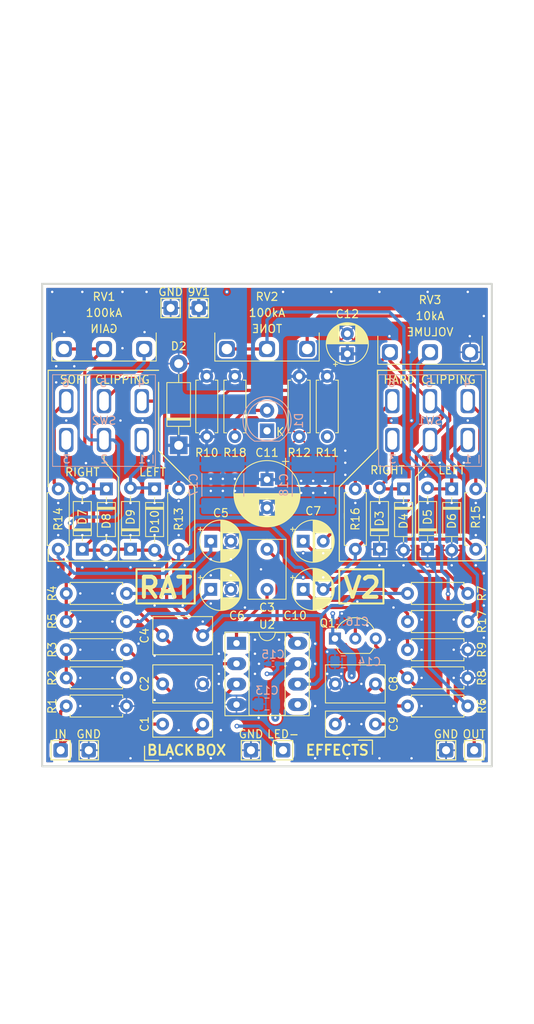
<source format=kicad_pcb>
(kicad_pcb (version 20240108) (generator "pcbnew") (generator_version "8.0")
  (layers (0 "F.Cu" signal) (1 "In1.Cu" signal) (2 "In2.Cu" signal) (31 "B.Cu" signal) (34 "B.Paste" user) (35 "F.Paste" user) (36 "B.SilkS" user "B.Silkscreen") (37 "F.SilkS" user "F.Silkscreen") (38 "B.Mask" user) (39 "F.Mask" user) (44 "Edge.Cuts" user))
  (net 0 "")
  (net 1 "GND")
  (net 2 "Net-(C5-Pad1)")
  (net 3 "Net-(C6-Pad1)")
  (net 4 "+9V")
  (net 5 "+4.5V")
  (net 6 "Net-(D1-K)")
  (net 7 "Net-(D1-A)")
  (net 8 "Net-(D3-A)")
  (net 9 "Net-(D5-A)")
  (net 10 "Net-(D7-A)")
  (net 11 "Net-(D10-K)")
  (net 12 "+9VIN")
  (net 13 "/IN")
  (net 14 "Net-(SW2B-A)")
  (net 15 "Net-(SW2B-C)")
  (net 16 "Net-(SW1B-A)")
  (net 17 "Net-(SW1B-C)")
  (net 18 "Net-(SW1B-B)")
  (net 20 "/IN_AC")
  (net 21 "/IN_F")
  (net 22 "/OP_OUT")
  (net 23 "/FB")
  (net 24 "/HRD_CLP")
  (net 25 "/GATE")
  (net 26 "/SRC_AC")
  (net 27 "/SRC")
  (net 28 "/OUT")
  (net 29 "/COMP-")
  (net 30 "/COMP+")
  (net 31 "/TONE_F")
  (net 32 "/TONE")
  (net 33 "/OP_OUT_R")
  (footprint "BB_Pads:WirePad_22AWG" (layer "F.Cu") (at 60.8 139)
    (property "Reference" "P8")
    (property "Value" "GND")
  )
  (footprint "Diode_THT:D_DO-35_SOD27_P7.62mm_Horizontal" (layer "F.Cu") (at 106 106.5 -90)
    (property "Reference" "D6")
    (property "Value" "1N914")
  )
  (footprint "BB_Pads:WirePad_22AWG" (layer "F.Cu") (at 71 84)
    (property "Reference" "P3")
    (property "Value" "GND")
  )
  (footprint "BB_Resistors:R_Axial_DIN0207_L6.3mm_D2.5mm_P7.5mm_Horizontal" (layer "F.Cu") (at 75.5 92.5 -90)
    (property "Reference" "R10")
    (property "Value" "100")
  )
  (footprint "Package_TO_SOT_THT:TO-92_Inline_Wide" (layer "F.Cu") (at 91.46 125.11)
    (property "Reference" "Q1")
    (property "Value" "2N5458")
  )
  (footprint "Capacitor_THT:C_Rect_L7.2mm_W3.0mm_P5.00mm_FKS2_FKP2_MKS2_MKP2" (layer "F.Cu") (at 75 135.75 180)
    (property "Reference" "C1")
    (property "Value" "22n")
  )
  (footprint "BB_Resistors:R_Axial_DIN0207_L6.3mm_D2.5mm_P7.5mm_Horizontal" (layer "F.Cu") (at 57 114 90)
    (property "Reference" "R14")
    (property "Value" "100")
  )
  (footprint "BB_Resistors:R_Axial_DIN0207_L6.3mm_D2.5mm_P7.5mm_Horizontal" (layer "F.Cu") (at 90.5 92.5 -90)
    (property "Reference" "R11")
    (property "Value" "100k")
  )
  (footprint "Diode_THT:D_DO-41_SOD81_P10.16mm_Horizontal" (layer "F.Cu") (at 72 101.08 90)
    (property "Reference" "D2")
    (property "Value" "1N4001")
  )
  (footprint "BB_Resistors:R_Axial_DIN0207_L6.3mm_D2.5mm_P7.5mm_Horizontal" (layer "F.Cu") (at 65.5 130 180)
    (property "Reference" "R2")
    (property "Value" "2.2M")
  )
  (footprint "BB_Resistors:R_Axial_DIN0207_L6.3mm_D2.5mm_P7.5mm_Horizontal" (layer "F.Cu") (at 108 119.5 180)
    (property "Reference" "R7")
    (property "Value" "1.5k")
  )
  (footprint "Capacitor_THT:CP_Radial_D5.0mm_P2.50mm" (layer "F.Cu") (at 76 119)
    (property "Reference" "C6")
    (property "Value" "4.7u")
  )
  (footprint "Diode_THT:D_DO-35_SOD27_P7.62mm_Horizontal" (layer "F.Cu") (at 100 106.5 -90)
    (property "Reference" "D4")
    (property "Value" "1N914")
  )
  (footprint "Capacitor_THT:C_Rect_L7.2mm_W3.0mm_P5.00mm_FKS2_FKP2_MKS2_MKP2" (layer "F.Cu") (at 91.5 135.75)
    (property "Reference" "C9")
    (property "Value" "22n")
  )
  (footprint "Capacitor_THT:C_Rect_L7.2mm_W4.5mm_P5.00mm_FKS2_FKP2_MKS2_MKP2" (layer "F.Cu") (at 70 124.75)
    (property "Reference" "C4")
    (property "Value" "100p")
  )
  (footprint "Capacitor_THT:CP_Radial_D5.0mm_P2.50mm" (layer "F.Cu") (at 87.5 113)
    (property "Reference" "C7")
    (property "Value" "4.7u")
  )
  (footprint "Diode_THT:D_DO-35_SOD27_P7.62mm_Horizontal" (layer "F.Cu") (at 103 114 90)
    (property "Reference" "D5")
    (property "Value" "1N914")
  )
  (footprint "Diode_THT:D_DO-35_SOD27_P7.62mm_Horizontal" (layer "F.Cu") (at 69 106.5 -90)
    (property "Reference" "D10")
    (property "Value" "1N914")
  )
  (footprint "Diode_THT:D_DO-35_SOD27_P7.62mm_Horizontal" (layer "F.Cu") (at 97 114 90)
    (property "Reference" "D3")
    (property "Value" "1N914")
  )
  (footprint "Diode_THT:D_DO-35_SOD27_P7.62mm_Horizontal" (layer "F.Cu") (at 63 106.5 -90)
    (property "Reference" "D8")
    (property "Value" "1N914")
  )
  (footprint "BB_Jacks:Jack_0.25in_Solder_MechOnly" (layer "F.Cu") (at 98.4 52.75)
    (property "Reference" "REF**")
    (property "Value" "Jack_0.25in_Solder_MechOnly")
  )
  (footprint "BB_Resistors:R_Axial_DIN0207_L6.3mm_D2.5mm_P7.5mm_Horizontal" (layer "F.Cu") (at 58 126.5)
    (property "Reference" "R3")
    (property "Value" "1k")
  )
  (footprint "BB_Pads:WirePad_22AWG" (layer "F.Cu") (at 108.8 139)
    (property "Reference" "P6")
    (property "Value" "OUT")
  )
  (footprint "Capacitor_THT:CP_Radial_D5.0mm_P2.50mm" (layer "F.Cu") (at 93 89.705112 90)
    (property "Reference" "C12")
    (property "Value" "1u")
  )
  (footprint "BB_Resistors:R_Axial_DIN0207_L6.3mm_D2.5mm_P7.5mm_Horizontal" (layer "F.Cu") (at 94 114 90)
    (property "Reference" "R16")
    (property "Value" "100")
  )
  (footprint "BB_Resistors:R_Axial_DIN0207_L6.3mm_D2.5mm_P7.5mm_Horizontal" (layer "F.Cu") (at 100.5 126.5)
    (property "Reference" "R9")
    (property "Value" "10k")
  )
  (footprint "Diode_THT:D_DO-35_SOD27_P7.62mm_Horizontal" (layer "F.Cu") (at 60 114 90)
    (property "Reference" "D7")
    (property "Value" "1N914")
  )
  (footprint "BB_Pads:WirePad_22AWG" (layer "F.Cu") (at 105.3 139)
    (property "Reference" "P5")
    (property "Value" "GND")
  )
  (footprint "Capacitor_THT:CP_Radial_D5.0mm_P2.50mm" (layer "F.Cu") (at 87.5 119)
    (property "Reference" "C10")
    (property "Value" "10u")
  )
  (footprint "BB_Resistors:R_Axial_DIN0207_L6.3mm_D2.5mm_P7.5mm_Horizontal" (layer "F.Cu") (at 79 92.5 -90)
    (property "Reference" "R18")
    (property "Value" "4.7k")
  )
  (footprint "BB_Jacks:Lumberg_DC_Switched_Innie" (layer "F.Cu") (at 83 51)
    (property "Reference" "REF**")
    (property "Value" "Lumberg_DC_Switched_Innie")
  )
  (footprint "BB_Resistors:R_Axial_DIN0207_L6.3mm_D2.5mm_P7.5mm_Horizontal" (layer "F.Cu") (at 65.5 119.5 180)
    (property "Reference" "R4")
    (property "Value" "47")
  )
  (footprint "BB_Jacks:Jack_0.25in_Solder_MechOnly" (layer "F.Cu") (at 68 52.75)
    (property "Reference" "REF**")
    (property "Value" "Jack_0.25in_Solder_MechOnly")
  )
  (footprint "BB_Resistors:R_Axial_DIN0207_L6.3mm_D2.5mm_P7.5mm_Horizontal" (layer "F.Cu") (at 109 114 90)
    (property "Reference" "R15")
    (property "Value" "10k")
  )
  (footprint "Capacitor_THT:CP_Radial_D5.0mm_P2.50mm" (layer "F.Cu") (at 76 113)
    (property "Reference" "C5")
    (property "Value" "2.2u")
  )
  (footprint "BB_Resistors:R_Axial_DIN0207_L6.3mm_D2.5mm_P7.5mm_Horizontal" (layer "F.Cu") (at 87 100 90)
    (property "Reference" "R12")
    (property "Value" "100k")
  )
  (footprint "BB_Resistors:R_Axial_DIN0207_L6.3mm_D2.5mm_P7.5mm_Horizontal" (layer "F.Cu") (at 100.5 123)
    (property "Reference" "R17")
    (property "Value" "100k")
  )
  (footprint "BB_Resistors:R_Axial_DIN0207_L6.3mm_D2.5mm_P7.5mm_Horizontal" (layer "F.Cu") (at 72 114 90)
    (property "Reference" "R13")
    (property "Value" "10k")
  )
  (footprint "Capacitor_THT:C_Rect_L7.2mm_W4.5mm_P5.00mm_FKS2_FKP2_MKS2_MKP2" (layer "F.Cu") (at 70 130.75)
    (property "Reference" "C2")
    (property "Value" "1n")
  )
  (footprint "BB_Resistors:R_Axial_DIN0207_L6.3mm_D2.5mm_P7.5mm_Horizontal" (layer "F.Cu") (at 58 133.5)
    (property "Reference" "R1")
    (property "Value" "2.2M")
  )
  (footprint "BB_Pads:WirePad_22AWG" (layer "F.Cu") (at 85 139)
    (property "Reference" "P2")
    (property "Value" "LED-")
  )
  (footprint "Capacitor_THT:C_Rect_L7.2mm_W4.5mm_P5.00mm_FKS2_FKP2_MKS2_MKP2" (layer "F.Cu") (at 83 114 -90)
    (property "Reference" "C3")
    (property "Value" "47p")
  )
  (footprint "BB_Resistors:R_Axial_DIN0207_L6.3mm_D2.5mm_P7.5mm_Horizontal" (layer "F.Cu") (at 100.5 130)
    (property "Reference" "R8")
    (property "Value" "1M")
  )
  (footprint "Capacitor_THT:C_Rect_L7.2mm_W4.5mm_P5.00mm_FKS2_FKP2_MKS2_MKP2" (layer "F.Cu") (at 91.5 130.75)
    (property "Reference" "C8")
    (property "Value" "3.3n")
  )
  (footprint "BB_Pads:WirePad_22AWG" (layer "F.Cu") (at 81 139)
    (property "Reference" "P7")
    (property "Value" "GND")
  )
  (footprint "Package_DIP:DIP-8_W7.62mm_Socket_LongPads" (layer "F.Cu") (at 79.2 125.7)
    (property "Reference" "U2")
    (property "Value" "LM301")
  )
  (footprint "BB_Resistors:R_Axial_DIN0207_L6.3mm_D2.5mm_P7.5mm_Horizontal" (layer "F.Cu") (at 65.5 123 180)
    (property "Reference" "R5")
    (property "Value" "560")
  )
  (footprint "BB_Pads:WirePad_22AWG" (layer "F.Cu") (at 74.5 84)
    (property "Reference" "P1")
    (property "Value" "9V1")
  )
  (footprint "Diode_THT:D_DO-35_SOD27_P7.62mm_Horizontal" (layer "F.Cu") (at 66 114 90)
    (property "Reference" "D9")
    (property "Value" "1N914")
  )
  (footprint "BB_Resistors:R_Axial_DIN0207_L6.3mm_D2.5mm_P7.5mm_Horizontal" (layer "F.Cu") (at 100.5 133.5)
    (property "Reference" "R6")
    (property "Value" "1.5k")
  )
  (footprint "BB_Pads:WirePad_22AWG" (layer "F.Cu") (at 57.3 139)
    (property "Reference" "P4")
    (property "Value" "IN")
  )
  (footprint "Capacitor_THT:CP_Radial_D8.0mm_P3.50mm" (layer "F.Cu") (at 83 105.347349 -90)
    (property "Reference" "C11")
    (property "Value" "220u")
  )
  (footprint "BB_Switches:SW_TOGGLE_DPDT_STD_SOLDER" (layer "B.Cu") (at 103.3 98 180)
    (property "Reference" "SW1")
    (property "Value" "SW_DPDT_x2")
  )
  (footprint "BB_Switches:SW_TOGGLE_DPDT_STD_SOLDER" (layer "B.Cu") (at 62.7 98 180)
    (property "Reference" "SW2")
    (property "Value" "SW_DPDT_x2")
  )
  (footprint "Capacitor_SMD:C_0805_2012Metric_Pad1.18x1.45mm_HandSolder" (layer "B.Cu") (at 83 133.25 180)
    (property "Reference" "C13")
    (property "Value" "1u")
  )
  (footprint "LED_THT:LED_D5.0mm" (layer "B.Cu") (at 83 99.275 90)
    (property "Reference" "D1")
    (property "Value" "LED")
  )
  (footprint "Capacitor_SMD:C_0805_2012Metric_Pad1.18x1.45mm_HandSolder" (layer "B.Cu") (at 92.5 128 180)
    (property "Reference" "C14")
    (property "Value" "1u")
  )
  (footprint "BB_Potentiometers:Potentiometer_16MM" (layer "B.Cu") (at 103.3 73 180)
    (property "Reference" "RV3")
    (property "Value" "10kA")
  )
  (footprint "BB_Potentiometers:Potentiometer_16MM" (layer "B.Cu") (at 83 72.6 180)
    (property "Reference" "RV2")
    (property "Value" "100kA")
  )
  (footprint "Capacitor_SMD:C_0402_1005Metric_Pad0.74x0.62mm_HandSolder" (layer "B.Cu") (at 83.75 128.25 180)
    (property "Reference" "C15")
    (property "Value" "100n")
  )
  (footprint "Capacitor_SMD:C_2220_5750Metric_Pad1.97x5.40mm_HandSolder" (layer "B.Cu") (at 88.75 106 -90)
    (property "Reference" "C18")
    (property "Value" "10u")
  )
  (footprint "Capacitor_SMD:C_2220_5750Metric_Pad1.97x5.40mm_HandSolder" (layer "B.Cu") (at 77.5 106 -90)
    (property "Reference" "C17")
    (property "Value" "10u")
  )
  (footprint "BB_Potentiometers:Potentiometer_16MM" (layer "B.Cu") (at 62.7 72.6 180)
    (property "Reference" "RV1")
    (property "Value" "100kA")
  )
  (footprint "Capacitor_SMD:C_0402_1005Metric_Pad0.74x0.62mm_HandSolder" (layer "B.Cu") (at 91.75 123)
    (property "Reference" "C16")
    (property "Value" "100n")
  )
  (gr_line (start 101.5 105) (end 101.5 115.5) (stroke (width 0.15)) (layer "F.SilkS"))
  (gr_line (start 110.25 113.9375) (end 110.25 115.4375) (stroke (width 0.15)) (layer "F.SilkS"))
  (gr_line (start 92 120.75) (end 97.5 120.75) (stroke (width 0.25)) (layer "F.SilkS"))
  (gr_line (start 64.5 105.0625) (end 64.5 115.5) (stroke (width 0.15)) (layer "F.SilkS"))
  (gr_line (start 62.7 102.375) (end 62.7 103) (stroke (width 0.15)) (layer "F.SilkS"))
  (gr_line (start 74 106.25) (end 74 115.5) (stroke (width 0.15)) (layer "F.SilkS"))
  (gr_line (start 101.5 105) (end 103.25 103.1) (stroke (width 0.15)) (layer "F.SilkS"))
  (gr_line (start 55.75 114) (end 55.75 115.5) (stroke (width 0.15)) (layer "F.SilkS"))
  (gr_line (start 55.75 91.75) (end 69.5 91.75) (stroke (width 0.15)) (layer "F.SilkS"))
  (gr_line (start 103.25 102.4375) (end 103.25 103.0625) (stroke (width 0.15)) (layer "F.SilkS"))
  (gr_line (start 92 116.5) (end 92 120.75) (stroke (width 0.25)) (layer "F.SilkS"))
  (gr_line (start 94.375 137.75) (end 96.125 137.75) (stroke (width 0.15)) (layer "F.SilkS"))
  (gr_line (start 69.5 140.25) (end 67.75 140.25) (stroke (width 0.15)) (layer "F.SilkS"))
  (gr_line (start 66.75 120.75) (end 74 120.75) (stroke (width 0.25)) (layer "F.SilkS"))
  (gr_line (start 66.75 116.5) (end 66.75 120.75) (stroke (width 0.25)) (layer "F.SilkS"))
  (gr_line (start 74 115.5) (end 55.75 115.5) (stroke (width 0.15)) (layer "F.SilkS"))
  (gr_line (start 92 106.25) (end 92 115.5) (stroke (width 0.15)) (layer "F.SilkS"))
  (gr_line (start 110.25 91.75) (end 110.25 106.25) (stroke (width 0.15)) (layer "F.SilkS"))
  (gr_line (start 96.75 101.5) (end 96.75 91.75) (stroke (width 0.15)) (layer "F.SilkS"))
  (gr_line (start 110.25 115.4375) (end 92 115.5) (stroke (width 0.15)) (layer "F.SilkS"))
  (gr_line (start 74 116.5) (end 66.75 116.5) (stroke (width 0.25)) (layer "F.SilkS"))
  (gr_line (start 74 120.75) (end 74 116.5) (stroke (width 0.25)) (layer "F.SilkS"))
  (gr_line (start 62.7 103) (end 64.5 105.0625) (stroke (width 0.15)) (layer "F.SilkS"))
  (gr_line (start 55.75 106.25) (end 55.75 91.75) (stroke (width 0.15)) (layer "F.SilkS"))
  (gr_line (start 67.75 140.25) (end 67.75 138.5) (stroke (width 0.15)) (layer "F.SilkS"))
  (gr_line (start 69.5 93.25) (end 69.5 101.75) (stroke (width 0.15)) (layer "F.SilkS"))
  (gr_line (start 97.5 120.75) (end 97.5 116.5) (stroke (width 0.25)) (layer "F.SilkS"))
  (gr_line (start 96.75 91.75) (end 110.25 91.75) (stroke (width 0.15)) (layer "F.SilkS"))
  (gr_line (start 92 106.25) (end 96.75 101.5) (stroke (width 0.15)) (layer "F.SilkS"))
  (gr_line (start 97.5 116.5) (end 92 116.5) (stroke (width 0.25)) (layer "F.SilkS"))
  (gr_line (start 69.5 101.75) (end 74 106.25) (stroke (width 0.15)) (layer "F.SilkS"))
  (gr_line (start 96.125 137.75) (end 96.125 139.5) (stroke (width 0.15)) (layer "F.SilkS"))
  (gr_rect (start 55 81) (end 111 141) (stroke (width 0.25)) (fill none) (layer "Edge.Cuts"))
  (gr_text "BLACK" (at 71 139 0) (layer "F.SilkS") (effects (font (size 1.25 1.25) (thickness 0.25))))
  (gr_text "EFFECTS" (at 91.75 139 0) (layer "F.SilkS") (effects (font (size 1.25 1.25) (thickness 0.25))))
  (gr_text "LEFT" (at 68.75 105 0) (layer "F.SilkS") (effects (font (size 1 1)) (justify bottom)))
  (gr_text "\nV2" (at 92.25 120.25 0) (layer "F.SilkS") (effects (font (size 2.5 2.5) (thickness 0.5) (bold yes)) (justify left bottom)))
  (gr_text "LEFT" (at 106 104.75 0) (layer "F.SilkS") (effects (font (size 1 1)) (justify bottom)))
  (gr_text "RIGHT" (at 60 105 0) (layer "F.SilkS") (effects (font (size 1 1)) (justify bottom)))
  (gr_text "RAT\n" (at 66.75 120.25 0) (layer "F.SilkS") (effects (font (size 2.5 2.5) (thickness 0.5) (bold yes)) (justify left bottom)))
  (gr_text "BOX" (at 76 139 0) (layer "F.SilkS") (effects (font (size 1.25 1.25) (thickness 0.25))))
  (gr_text "RIGHT" (at 98 104.75 0) (layer "F.SilkS") (effects (font (size 1 1)) (justify bottom)))
  (gr_text "K" (at 84.05 100 0) (layer "F.SilkS") (effects (font (size 1 1)) (justify left bottom)))
  (gr_text "HARD CLIPPING" (at 103.25 93.5 0) (layer "F.SilkS") (effects (font (size 1 1)) (justify bottom)))
  (gr_text "SOFT CLIPPING" (at 62.8 93.5 0) (layer "F.SilkS") (effects (font (size 1 1)) (justify bottom)))
  (via (at 76 117.25) (size 0.6) (drill 0.3) (layers "F.Cu" "B.Cu") (net 1))
  (via (at 102.25 122.75) (size 0.6) (drill 0.3) (layers "F.Cu" "B.Cu") (net 1))
  (via (at 102.75 104.75) (size 0.6) (drill 0.3) (layers "F.Cu" "B.Cu") (net 1))
  (via (at 91 82) (size 0.6) (drill 0.3) (layers "F.Cu" "B.Cu") (net 1))
  (via (at 57 116.25) (size 0.6) (drill 0.3) (layers "F.Cu" "B.Cu") (net 1))
  (via (at 60 112.25) (size 0.6) (drill 0.3) (layers "F.Cu" "B.Cu") (net 1))
  (via (at 109 116) (size 0.6) (drill 0.3) (layers "F.Cu" "B.Cu") (net 1))
  (via (at 63.75 133.5) (size 0.6) (drill 0.3) (layers "F.Cu" "B.Cu") (net 1))
  (via (at 69 132.75) (size 0.6) (drill 0.3) (layers "F.Cu" "B.Cu") (net 1))
  (via (at 69 127.25) (size 0.6) (drill 0.3) (layers "F.Cu" "B.Cu") (net 1))
  (via (at 77.25 136.5) (size 0.6) (drill 0.3) (layers "F.Cu" "B.Cu") (net 1))
  (via (at 67 125.75) (size 0.6) (drill 0.3) (layers "F.Cu" "B.Cu") (net 1))
  (via (at 108 82) (size 0.6) (drill 0.3) (layers "F.Cu" "B.Cu") (net 1))
  (via (at 110 91) (size 0.6) (drill 0.3) (layers "F.Cu" "B.Cu") (net 1))
  (via (at 77 130.75) (size 0.6) (drill 0.3) (layers "F.Cu" "B.Cu") (net 1))
  (via (at 94.25 120.5) (size 0.6) (drill 0.3) (layers "F.Cu" "B.Cu") (net 1))
  (via (at 98.75 121.25) (size 0.6) (drill 0.3) (layers "F.Cu" "B.Cu") (net 1))
  (via (at 82.25 116.5) (size 0.6) (drill 0.3) (layers "F.Cu" "B.Cu") (net 1))
  (via (at 97 108.25) (size 0.6) (drill 0.3) (layers "F.Cu" "B.Cu") (net 1))
  (via (at 110 121) (size 0.6) (drill 0.3) (layers "F.Cu" "B.Cu") (net 1))
  (via (at 97 140) (size 0.6) (drill 0.3) (layers "F.Cu" "B.Cu") (net 1))
  (via (at 60 116.25) (size 0.6) (drill 0.3) (layers "F.Cu" "B.Cu") (net 1))
  (via (at 71 140) (size 0.6) (drill 0.3) (layers "F.Cu" "B.Cu") (net 1))
  (via (at 63 108.25) (size 0.6) (drill 0.3) (layers "F.Cu" "B.Cu") (net 1))
  (via (at 90.5 126.75) (size 0.6) (drill 0.3) (layers "F.Cu" "B.Cu") (net 1))
  (via (at 56.25 82) (size 0.6) (drill 0.3) (layers "F.Cu" "B.Cu") (net 1))
  (via (at 100 116) (size 0.6) (drill 0.3) (layers "F.Cu" "B.Cu") (net 1))
  (via (at 103 116) (size 0.6) (drill 0.3) (layers "F.Cu" "B.Cu") (net 1))
  (via (at 108 98) (size 0.6) (drill 0.3) (layers "F.Cu" "B.Cu") (net 1))
  (via (at 94.75 135.75) (size 0.6) (drill 0.3) (layers "F.Cu" "B.Cu") (net 1))
  (via (at 76 115.25) (size 0.6) (drill 0.3) (layers "F.Cu" "B.Cu") (net 1))
  (via (at 89 133.5) (size 0.6) (drill 0.3) (layers "F.Cu" "B.Cu") (net 1))
  (via (at 110 110) (size 0.6) (drill 0.3) (layers "F.Cu" "B.Cu") (net 1))
  (via (at 81.5 125.25) (size 0.6) (drill 0.3) (layers "F.Cu" "B.Cu") (net 1))
  (via (at 104.5 103.25) (size 0.6) (drill 0.3) (layers "F.Cu" "B.Cu") (net 1))
  (via (at 100 108.25) (size 0.6) (drill 0.3) (layers "F.Cu" "B.Cu") (net 1))
  (via (at 57 112.25) (size 0.6) (drill 0.3) (layers "F.Cu" "B.Cu") (net 1))
  (via (at 80.25 121.25) (size 0.6) (drill 0.3) (layers "F.Cu" "B.Cu") (net 1))
  (via (at 84.5 125.25) (size 0.6) (drill 0.3) (layers "F.Cu" "B.Cu") (net 1))
  (via (at 106.25 122.75) (size 0.6) (drill 0.3) (layers "F.Cu" "B.Cu") (net 1))
  (via (at 106.25 126.5) (size 0.6) (drill 0.3) (layers "F.Cu" "B.Cu") (net 1))
  (via (at 67.75 87) (size 0.6) (drill 0.3) (layers "F.Cu" "B.Cu") (net 1))
  (via (at 78.5 117.25) (size 0.6) (drill 0.3) (layers "F.Cu" "B.Cu") (net 1))
  (via (at 59.75 119.5) (size 0.6) (drill 0.3) (layers "F.Cu" "B.Cu") (net 1))
  (via (at 69 112.25) (size 0.6) (drill 0.3) (layers "F.Cu" "B.Cu") (net 1))
  (via (at 67.5 98) (size 0.6) (drill 0.3) (layers "F.Cu" "B.Cu") (net 1))
  (via (at 60 82) (size 0.6) (drill 0.3) (layers "F.Cu" "B.Cu") (net 1))
  (via (at 69 121) (size 0.6) (drill 0.3) (layers "F.Cu" "B.Cu") (net 1))
  (via (at 59.75 130) (size 0.6) (drill 0.3) (layers "F.Cu" "B.Cu") (net 1))
  (via (at 69 108.25) (size 0.6) (drill 0.3) (layers "F.Cu" "B.Cu") (net 1))
  (via (at 66 108.25) (size 0.6) (drill 0.3) (layers "F.Cu" "B.Cu") (net 1))
  (via (at 63.75 130) (size 0.6) (drill 0.3) (layers "F.Cu" "B.Cu") (net 1))
  (via (at 100.75 89.5) (size 0.6) (drill 0.3) (layers "F.Cu" "B.Cu") (net 1))
  (via (at 109 108.25) (size 0.6) (drill 0.3) (layers "F.Cu" "B.Cu") (net 1))
  (via (at 103.25 98) (size 0.6) (drill 0.3) (layers "F.Cu" "B.Cu") (net 1))
  (via (at 93.25 130.75) (size 0.6) (drill 0.3) (layers "F.Cu" "B.Cu") (net 1))
  (via (at 98.25 87.5) (size 0.6) (drill 0.3) (layers "F.Cu" "B.Cu") (net 1))
  (via (at 56.75 93.25) (size 0.6) (drill 0.3) (layers "F.Cu" "B.Cu") (net 1))
  (via (at 66 140) (size 0.6) (drill 0.3) (layers "F.Cu" "B.Cu") (net 1))
  (via (at 78.5 115.25) (size 0.6) (drill 0.3) (layers "F.Cu" "B.Cu") (net 1))
  (via (at 59 91.25) (size 0.6) (drill 0.3) (layers "F.Cu" "B.Cu") (net 1))
  (via (at 106.25 133.5) (size 0.6) (drill 0.3) (layers "F.Cu" "B.Cu") (net 1))
  (via (at 97 82) (size 0.6) (drill 0.3) (layers "F.Cu" "B.Cu") (net 1))
  (via (at 60 108.25) (size 0.6) (drill 0.3) (layers "F.Cu" "B.Cu") (net 1))
  (via (at 66 112.25) (size 0.6) (drill 0.3) (layers "F.Cu" "B.Cu") (net 1))
  (via (at 57.75 87) (size 0.6) (drill 0.3) (layers "F.Cu" "B.Cu") (net 1))
  (via (at 65 82) (size 0.6) (drill 0.3) (layers "F.Cu" "B.Cu") (net 1))
  (via (at 57 108.25) (size 0.6) (drill 0.3) (layers "F.Cu" "B.Cu") (net 1))
  (via (at 63.75 123) (size 0.6) (drill 0.3) (layers "F.Cu" "B.Cu") (net 1))
  (via (at 90.25 107) (size 0.6) (drill 0.3) (layers "F.Cu" "B.Cu") (net 1))
  (via (at 85 82) (size 0.6) (drill 0.3) (layers "F.Cu" "B.Cu") (net 1))
  (via (at 76 140) (size 0.6) (drill 0.3) (layers "F.Cu" "B.Cu") (net 1))
  (via (at 72 136.5) (size 0.6) (drill 0.3) (layers "F.Cu" "B.Cu") (net 1))
  (via (at 90 117.5) (size 0.6) (drill 0.3) (layers "F.Cu" "B.Cu") (net 1))
  (via (at 77.5 106.75) (size 0.6) (drill 0.3) (layers "F.Cu" "B.Cu") (net 1))
  (via (at 59.75 123) (size 0.6) (drill 0.3) (layers "F.Cu" "B.Cu") (net 1))
  (via (at 97 116) (size 0.6) (drill 0.3) (layers "F.Cu" "B.Cu") (net 1))
  (via (at 87.25 107) (size 0.6) (drill 0.3) (layers "F.Cu" "B.Cu") (net 1))
  (via (at 102.25 130) (size 0.6) (drill 0.3) (layers "F.Cu" "B.Cu") (net 1))
  (via (at 77 127) (size 0.6) (drill 0.3) (layers "F.Cu" "B.Cu") (net 1))
  (via (at 79 106.75) (size 0.6) (drill 0.3) (layers "F.Cu" "B.Cu") (net 1))
  (via (at 81.9625 134.9625) (size 0.6) (drill 0.3) (layers "F.Cu" "B.Cu") (net 1))
  (via (at 68 82) (size 0.6) (drill 0.3) (layers "F.Cu" "B.Cu") (net 1))
  (via (at 65 89) (size 0.6) (drill 0.3) (layers "F.Cu" "B.Cu") (net 1))
  (via (at 72 112.25) (size 0.6) (drill 0.3) (layers "F.Cu" "B.Cu") (net 1))
  (via (at 75 123) (size 0.6) (drill 0.3) (layers "F.Cu" "B.Cu") (net 1))
  (via (at 81.5 127) (size 0.6) (drill 0.3) (layers "F.Cu" "B.Cu") (net 1))
  (via (at 98.5 98) (size 0.6) (drill 0.3) (layers "F.Cu" "B.Cu") (net 1))
  (via (at 110 85) (size 0.6) (drill 0.3) (layers "F.Cu" "B.Cu") (net 1))
  (via (at 63 116.25) (size 0.6) (drill 0.3) (layers "F.Cu" "B.Cu") (net 1))
  (via (at 106 108.25) (size 0.6) (drill 0.3) (layers "F.Cu" "B.Cu") (net 1))
  (via (at 98.25 125.25) (size 0.6) (drill 0.3) (layers "F.Cu" "B.Cu") (net 1))
  (via (at 89 128.25) (size 0.6) (drill 0.3) (layers "F.Cu" "B.Cu") (net 1))
  (via (at 107.5 103.25) (size 0.6) (drill 0.3) (layers "F.Cu" "B.Cu") (net 1))
  (via (at 76 106.75) (size 0.6) (drill 0.3) (layers "F.Cu" "B.Cu") (net 1))
  (via (at 68.25 103) (size 0.6) (drill 0.3) (layers "F.Cu" "B.Cu") (net 1))
  (via (at 106.25 130) (size 0.6) (drill 0.3) (layers "F.Cu" "B.Cu") (net 1))
  (via (at 102.25 133.5) (size 0.6) (drill 0.3) (layers "F.Cu" "B.Cu") (net 1))
  (via (at 72.5 121) (size 0.6) (drill 0.3) (layers "F.Cu" "B.Cu") (net 1))
  (via (at 59.75 126.5) (size 0.6) (drill 0.3) (layers "F.Cu" "B.Cu") (net 1))
  (via (at 88.75 107) (size 0.6) (drill 0.3) (layers "F.Cu" "B.Cu") (net 1))
  (via (at 110 129) (size 0.6) (drill 0.3) (layers "F.Cu" "B.Cu") (net 1))
  (via (at 81.5 129.5) (size 0.6) (drill 0.3) (layers "F.Cu" "B.Cu") (net 1))
  (via (at 63 112.25) (size 0.6) (drill 0.3) (layers "F.Cu" "B.Cu") (net 1))
  (via (at 93 140) (size 0.6) (drill 0.3) (layers "F.Cu" "B.Cu") (net 1))
  (via (at 102.25 126.5) (size 0.6) (drill 0.3) (layers "F.Cu" "B.Cu") (net 1))
  (via (at 64.75 98) (size 0.6) (drill 0.3) (layers "F.Cu" "B.Cu") (net 1))
  (via (at 94 108.25) (size 0.6) (drill 0.3) (layers "F.Cu" "B.Cu") (net 1))
  (via (at 110 117) (size 0.6) (drill 0.3) (layers "F.Cu" "B.Cu") (net 1))
  (via (at 109 112.25) (size 0.6) (drill 0.3) (layers "F.Cu" "B.Cu") (net 1))
  (via (at 108.25 87.5) (size 0.6) (drill 0.3) (layers "F.Cu" "B.Cu") (net 1))
  (via (at 93.25 135.75) (size 0.6) (drill 0.3) (layers "F.Cu" "B.Cu") (net 1))
  (via (at 66 116.25) (size 0.6) (drill 0.3) (layers "F.Cu" "B.Cu") (net 1))
  (via (at 103 108.25) (size 0.6) (drill 0.3) (layers "F.Cu" "B.Cu") (net 1))
  (via (at 69 116) (size 0.6) (drill 0.3) (layers "F.Cu" "B.Cu") (net 1))
  (via (at 90 114.5) (size 0.6) (drill 0.3) (layers "F.Cu" "B.Cu") (net 1))
  (via (at 63.75 126.5) (size 0.6) (drill 0.3) (layers "F.Cu" "B.Cu") (net 1))
  (via (at 60.455025 103.294975) (size 0.6) (drill 0.3) (layers "F.Cu" "B.Cu") (net 1))
  (via (at 106 116) (size 0.6) (drill 0.3) (layers "F.Cu" "B.Cu") (net 1))
  (via (at 58 98) (size 0.6) (drill 0.3) (layers "F.Cu" "B.Cu") (net 1))
  (via (at 59.75 133.5) (size 0.6) (drill 0.3) (layers "F.Cu" "B.Cu") (net 1))
  (via (at 76 120.75) (size 0.6) (drill 0.3) (layers "F.Cu" "B.Cu") (net 1))
  (via (at 56.75 91.25) (size 0.6) (drill 0.3) (layers "F.Cu" "B.Cu") (net 1))
  (via (at 89 140) (size 0.6) (drill 0.3) (layers "F.Cu" "B.Cu") (net 1))
  (via (at 103 82) (size 0.6) (drill 0.3) (layers "F.Cu" "B.Cu") (net 1))
  (via (at 87.5 117.5) (size 0.6) (drill 0.3) (layers "F.Cu" "B.Cu") (net 1))
  (via (at 90.5 129.5) (size 0.6) (drill 0.3) (layers "F.Cu" "B.Cu") (net 1))
  (via (at 101 98) (size 0.6) (drill 0.3) (layers "F.Cu" "B.Cu") (net 1))
  (via (at 77 129.5) (size 0.6) (drill 0.3) (layers "F.Cu" "B.Cu") (net 1))
  (via (at 92.25 129.5) (size 0.6) (drill 0.3) (layers "F.Cu" "B.Cu") (net 1))
  (via (at 89 125.75) (size 0.6) (drill 0.3) (layers "F.Cu" "B.Cu") (net 1))
  (via (at 82 128.25) (size 0.6) (drill 0.3) (layers "F.Cu" "B.Cu") (net 1))
  (via (at 95.5 123.5) (size 0.6) (drill 0.3) (layers "F.Cu" "B.Cu") (net 1))
  (via (at 92.3175 122) (size 0.6) (drill 0.3) (layers "F.Cu" "B.Cu") (net 1))
  (via (at 78 82) (size 0.6) (drill 0.3) (layers "F.Cu" "B.Cu") (net 1))
  (via (at 110 133) (size 0.6) (drill 0.3) (layers "F.Cu" "B.Cu") (net 1))
  (via (at 72.75 116) (size 0.6) (drill 0.3) (layers "F.Cu" "B.Cu") (net 1))
  (via (at 87.5 114.5) (size 0.6) (drill 0.3) (layers "F.Cu" "B.Cu") (net 1))
  (via (at 63.75 119.5) (size 0.6) (drill 0.3) (layers "F.Cu" "B.Cu") (net 1))
  (via (at 110 125) (size 0.6) (drill 0.3) (layers "F.Cu" "B.Cu") (net 1))
  (via (at 94.75 130.75) (size 0.6) (drill 0.3) (layers "F.Cu" "B.Cu") (net 1))
  (via (at 101 140) (size 0.6) (drill 0.3) (layers "F.Cu" "B.Cu") (net 1))
  (via (at 72 108) (size 0.6) (drill 0.3) (layers "F.Cu" "B.Cu") (net 1))
  (segment (start 92.3175 122) (end 92.3175 122.75) (width 0.4) (layer "B.Cu") (net 1))
  (segment (start 79.208367 133.311633) (end 79.2 133.32) (width 1) (layer "B.Cu") (net 1))
  (segment (start 81.900867 133.311633) (end 79.208367 133.311633) (width 1) (layer "B.Cu") (net 1))
  (segment (start 83.1825 128.25) (end 82 128.25) (width 0.4) (layer "B.Cu") (net 1))
  (segment (start 81.9625 133.25) (end 81.900867 133.311633) (width 1) (layer "B.Cu") (net 1))
  (segment (start 91.4625 130.7125) (end 91.5 130.75) (width 1) (layer "B.Cu") (net 1))
  (segment (start 72.25 119.5) (end 65.5 119.5) (width 0.4) (layer "B.Cu") (net 2))
  (segment (start 73.5 116.75) (end 73.5 118.25) (width 0.4) (layer "B.Cu") (net 2))
  (segment (start 73.5 118.25) (end 72.25 119.5) (width 0.4) (layer "B.Cu") (net 2))
  (segment (start 76 113) (end 76 114.25) (width 0.4) (layer "B.Cu") (net 2))
  (segment (start 76 114.25) (end 73.5 116.75) (width 0.4) (layer "B.Cu") (net 2))
  (segment (start 73.25 121.75) (end 76 119) (width 0.4) (layer "B.Cu") (net 3))
  (segment (start 67.25 123) (end 68.25 122) (width 0.4) (layer "B.Cu") (net 3))
  (segment (start 68.25 122) (end 73 122) (width 0.4) (layer "B.Cu") (net 3))
  (segment (start 65.5 123) (end 67.25 123) (width 0.4) (layer "B.Cu") (net 3))
  (segment (start 73 122) (end 73.25 121.75) (width 0.4) (layer "B.Cu") (net 3))
  (via (at 91.185005 122) (size 0.6) (drill 0.3) (layers "F.Cu" "B.Cu") (net 4))
  (via (at 83 129.5) (size 0.6) (drill 0.3) (layers "F.Cu" "B.Cu") (net 4))
  (via (at 77.5 105.25) (size 0.6) (drill 0.3) (layers "F.Cu" "B.Cu") (net 4))
  (via (at 84.0375 134.9625) (size 0.6) (drill 0.3) (layers "F.Cu" "B.Cu") (net 4))
  (via (at 76 105.25) (size 0.6) (drill 0.3) (layers "F.Cu" "B.Cu") (net 4))
  (via (at 93.5375 129.7125) (size 0.6) (drill 0.3) (layers "F.Cu" "B.Cu") (net 4))
  (via (at 79 105.25) (size 0.6) (drill 0.3) (layers "F.Cu" "B.Cu") (net 4))
  (segment (start 93.5375 128) (end 93.5375 127.1875) (width 1) (layer "B.Cu") (net 4))
  (segment (start 84.0375 134.9625) (end 84.0375 133.25) (width 1) (layer "B.Cu") (net 4))
  (segment (start 84.3175 128.9325) (end 84.3175 128.25) (width 0.4) (layer "B.Cu") (net 4))
  (segment (start 83.75 129.5) (end 84.3175 128.9325) (width 0.4) (layer "B.Cu") (net 4))
  (segment (start 86.42 128.24) (end 86.82 128.24) (width 1) (layer "B.Cu") (net 4))
  (segment (start 93.5375 129.7125) (end 93.5375 128) (width 1) (layer "B.Cu") (net 4))
  (segment (start 84.0375 133.25) (end 84.0375 130.6225) (width 1) (layer "B.Cu") (net 4))
  (segment (start 84.0375 130.6225) (end 86.42 128.24) (width 1) (layer "B.Cu") (net 4))
  (segment (start 86.81 128.25) (end 86.82 128.24) (width 0.4) (layer "B.Cu") (net 4))
  (segment (start 91.185005 124.997495) (end 91 125.1825) (width 0.4) (layer "B.Cu") (net 4))
  (segment (start 93.5375 127.1875) (end 91.46 125.11) (width 1) (layer "B.Cu") (net 4))
  (segment (start 83 129.5) (end 83.75 129.5) (width 0.4) (layer "B.Cu") (net 4))
  (segment (start 84.3175 128.25) (end 86.81 128.25) (width 0.4) (layer "B.Cu") (net 4))
  (segment (start 91.185005 122) (end 91.185005 124.997495) (width 0.4) (layer "B.Cu") (net 4))
  (via (at 92.75 101.75) (size 0.6) (drill 0.3) (layers "F.Cu" "B.Cu") (net 5))
  (via (at 90.25 105.5) (size 0.6) (drill 0.3) (layers "F.Cu" "B.Cu") (net 5))
  (via (at 88.75 105.5) (size 0.6) (drill 0.3) (layers "F.Cu" "B.Cu") (net 5))
  (via (at 92.75 104.75) (size 0.6) (drill 0.3) (layers "F.Cu" "B.Cu") (net 5))
  (via (at 92.75 103.25) (size 0.6) (drill 0.3) (layers "F.Cu" "B.Cu") (net 5))
  (via (at 87.25 105.5) (size 0.6) (drill 0.3) (layers "F.Cu" "B.Cu") (net 5))
  (via (at 79.25 136) (size 0.6) (drill 0.3) (layers "F.Cu" "B.Cu") (net 6))
  (segment (start 82 136) (end 79.25 136) (width 0.4) (layer "B.Cu") (net 6))
  (segment (start 85 139) (end 82 136) (width 0.4) (layer "B.Cu") (net 6))
  (segment (start 79 98) (end 80.265 96.735) (width 0.4) (layer "F.Cu") (net 7))
  (segment (start 79 100) (end 79 98) (width 0.4) (layer "F.Cu") (net 7))
  (segment (start 80.265 96.735) (end 83 96.735) (width 0.4) (layer "F.Cu") (net 7))
  (segment (start 98.6 104.65) (end 98.6 100.415) (width 0.4) (layer "F.Cu") (net 8))
  (segment (start 97.12 106.5) (end 97 106.38) (width 0.4) (layer "F.Cu") (net 8))
  (segment (start 97 106.25) (end 98.6 104.65) (width 0.4) (layer "F.Cu") (net 8))
  (segment (start 97 106.38) (end 97 106.25) (width 0.4) (layer "F.Cu") (net 8))
  (segment (start 100 106.5) (end 97.12 106.5) (width 0.4) (layer "F.Cu") (net 8))
  (segment (start 106 106.5) (end 103.12 106.5) (width 0.4) (layer "F.Cu") (net 9))
  (segment (start 106 102.415) (end 108 100.415) (width 0.4) (layer "F.Cu") (net 9))
  (segment (start 106 106.5) (end 106 102.415) (width 0.4) (layer "F.Cu") (net 9))
  (segment (start 103.12 106.5) (end 103 106.38) (width 0.4) (layer "F.Cu") (net 9))
  (segment (start 58 100.415) (end 58 104.38) (width 0.4) (layer "B.Cu") (net 10))
  (segment (start 60.12 106.5) (end 60 106.38) (width 0.4) (layer "B.Cu") (net 10))
  (segment (start 63 106.5) (end 60.12 106.5) (width 0.4) (layer "B.Cu") (net 10))
  (segment (start 58 104.38) (end 60 106.38) (width 0.4) (layer "B.Cu") (net 10))
  (segment (start 66 105) (end 66 106.38) (width 0.4) (layer "B.Cu") (net 11))
  (segment (start 68.88 106.38) (end 69 106.5) (width 0.4) (layer "B.Cu") (net 11))
  (segment (start 67.4 103.6) (end 66 105) (width 0.4) (layer "B.Cu") (net 11))
  (segment (start 66 106.38) (end 68.88 106.38) (width 0.4) (layer "B.Cu") (net 11))
  (segment (start 67.4 100.415) (end 67.4 103.6) (width 0.4) (layer "B.Cu") (net 11))
  (segment (start 75 135.75) (end 72.5 138.25) (width 0.4) (layer "F.Cu") (net 13))
  (segment (start 57.3 134.2) (end 58 133.5) (width 0.4) (layer "F.Cu") (net 13))
  (segment (start 59.75 136) (end 57.3 138.45) (width 0.4) (layer "F.Cu") (net 13))
  (segment (start 57.3 138.45) (end 57.3 139) (width 0.4) (layer "F.Cu") (net 13))
  (segment (start 61.5 136) (end 59.75 136) (width 0.4) (layer "F.Cu") (net 13))
  (segment (start 63.75 138.25) (end 61.5 136) (width 0.4) (layer "F.Cu") (net 13))
  (segment (start 72.5 138.25) (end 63.75 138.25) (width 0.4) (layer "F.Cu") (net 13))
  (segment (start 57.3 139) (end 57.3 134.2) (width 0.4) (layer "F.Cu") (net 13))
  (segment (start 72 106.5) (end 72 104.75) (width 0.4) (layer "F.Cu") (net 14))
  (segment (start 70.25 96.5) (end 69.335 95.585) (width 0.4) (layer "F.Cu") (net 14))
  (segment (start 69.335 95.585) (end 67.4 95.585) (width 0.4) (layer "F.Cu") (net 14))
  (segment (start 70.25 103) (end 70.25 96.5) (width 0.4) (layer "F.Cu") (net 14))
  (segment (start 72 104.75) (end 70.25 103) (width 0.4) (layer "F.Cu") (net 14))
  (segment (start 56.5 97.085) (end 58 95.585) (width 0.4) (layer "F.Cu") (net 15))
  (segment (start 57.25 106.5) (end 56.5 105.75) (width 0.4) (layer "F.Cu") (net 15))
  (segment (start 56.5 105.75) (end 56.5 97.085) (width 0.4) (layer "F.Cu") (net 15))
  (segment (start 109.5 97.085) (end 108 95.585) (width 0.4) (layer "F.Cu") (net 16))
  (segment (start 109 104.25) (end 109.5 103.75) (width 0.4) (layer "F.Cu") (net 16))
  (segment (start 109.5 103.75) (end 109.5 97.085) (width 0.4) (layer "F.Cu") (net 16))
  (segment (start 109 106.5) (end 109 104.25) (width 0.4) (layer "F.Cu") (net 16))
  (segment (start 94 106.5) (end 94 100.185) (width 0.4) (layer "F.Cu") (net 17))
  (segment (start 94 100.185) (end 98.6 95.585) (width 0.4) (layer "F.Cu") (net 17))
  (segment (start 65.535 92.75) (end 69.75 92.75) (width 0.4) (layer "F.Cu") (net 18))
  (segment (start 76.75 95.75) (end 78.25 94.25) (width 0.4) (layer "F.Cu") (net 18))
  (segment (start 69.75 92.75) (end 72.75 95.75) (width 0.4) (layer "F.Cu") (net 18))
  (segment (start 98.3 89.5) (end 98.3 90.585) (width 0.4) (layer "F.Cu") (net 18))
  (segment (start 93.55 94.25) (end 98.3 89.5) (width 0.4) (layer "F.Cu") (net 18))
  (segment (start 72.75 95.75) (end 76.75 95.75) (width 0.4) (layer "F.Cu") (net 18))
  (segment (start 78.25 94.25) (end 93.55 94.25) (width 0.4) (layer "F.Cu") (net 18))
  (segment (start 62.7 95.585) (end 65.535 92.75) (width 0.4) (layer "F.Cu") (net 18))
  (segment (start 98.3 90.585) (end 103.3 95.585) (width 0.4) (layer "F.Cu") (net 18))
  (segment (start 107.5 115.5) (end 109.2 117.2) (width 0.4) (layer "B.Cu") (net 18))
  (segment (start 103.3 95.585) (end 105.5 97.785) (width 0.4) (layer "B.Cu") (net 18))
  (segment (start 109.2 117.2) (end 109.2 121.8) (width 0.4) (layer "B.Cu") (net 18))
  (segment (start 105.5 97.785) (end 105.5 102.75) (width 0.4) (layer "B.Cu") (net 18))
  (segment (start 105.5 102.75) (end 107.5 104.75) (width 0.4) (layer "B.Cu") (net 18))
  (segment (start 109.2 121.8) (end 108 123) (width 0.4) (layer "B.Cu") (net 18))
  (segment (start 107.5 104.75) (end 107.5 115.5) (width 0.4) (layer "B.Cu") (net 18))
  (segment (start 63.75 135.75) (end 58 130) (width 0.4) (layer "F.Cu") (net 20))
  (segment (start 58 130) (end 58 126.5) (width 0.4) (layer "F.Cu") (net 20))
  (segment (start 70 135.75) (end 63.75 135.75) (width 0.4) (layer "F.Cu") (net 20))
  (segment (start 65.75 126.5) (end 65.5 126.5) (width 0.4) (layer "F.Cu") (net 21))
  (segment (start 70 130.75) (end 72.25 133) (width 0.4) (layer "F.Cu") (net 21))
  (segment (start 70 130.75) (end 65.75 126.5) (width 0.4) (layer "F.Cu") (net 21))
  (segment (start 76.98 133) (end 79.2 130.78) (width 0.4) (layer "F.Cu") (net 21))
  (segment (start 72.25 133) (end 76.98 133) (width 0.4) (layer "F.Cu") (net 21))
  (segment (start 69 114.12) (end 66.12 114.12) (width 0.4) (layer "F.Cu") (net 22))
  (segment (start 70.5 115.62) (end 70.5 120.25) (width 0.4) (layer "F.Cu") (net 22))
  (segment (start 61.4 112.6) (end 61.4 103.15) (width 0.4) (layer "F.Cu") (net 22))
  (segment (start 61.4 103.15) (end 60.311002 102.061002) (width 0.4) (layer "F.Cu") (net 22))
  (segment (start 69 114.12) (end 70.5 115.62) (width 0.4) (layer "F.Cu") (net 22))
  (segment (start 66.12 114.12) (end 66 114) (width 0.4) (layer "F.Cu") (net 22))
  (segment (start 60.311002 91.488998) (end 62.7 89.1) (width 0.4) (layer "F.Cu") (net 22))
  (segment (start 62.7 89.1) (end 57.7 89.1) (width 0.4) (layer "F.Cu") (net 22))
  (segment (start 63 114.12) (end 60.12 114.12) (width 0.4) (layer "F.Cu") (net 22))
  (segment (start 70.5 120.25) (end 75 124.75) (width 0.4) (layer "F.Cu") (net 22))
  (segment (start 60.311002 102.061002) (end 60.311002 91.488998) (width 0.4) (layer "F.Cu") (net 22))
  (segment (start 60 114) (end 61.4 112.6) (width 0.4) (layer "F.Cu") (net 22))
  (segment (start 66 114) (end 63.12 114) (width 0.4) (layer "F.Cu") (net 22))
  (segment (start 63.12 114) (end 63 114.12) (width 0.4) (layer "F.Cu") (net 22))
  (segment (start 60.12 114.12) (end 60 114) (width 0.4) (layer "F.Cu") (net 22))
  (segment (start 93.75 119.5) (end 92.25 121) (width 0.4) (layer "B.Cu") (net 22))
  (segment (start 88.97 130.78) (end 86.82 130.78) (width 0.4) (layer "B.Cu") (net 22))
  (segment (start 89.75 122.25) (end 88.75 122.25) (width 0.4) (layer "B.Cu") (net 22))
  (segment (start 75 124.75) (end 77.5 122.25) (width 0.4) (layer "B.Cu") (net 22))
  (segment (start 89.75 130) (end 88.97 130.78) (width 0.4) (layer "B.Cu") (net 22))
  (segment (start 92.25 121) (end 91 121) (width 0.4) (layer "B.Cu") (net 22))
  (segment (start 89.75 122.25) (end 89.75 130) (width 0.4) (layer "B.Cu") (net 22))
  (segment (start 77.5 122.25) (end 88.75 122.25) (width 0.4) (layer "B.Cu") (net 22))
  (segment (start 91 121) (end 89.75 122.25) (width 0.4) (layer "B.Cu") (net 22))
  (segment (start 100.5 119.5) (end 93.75 119.5) (width 0.4) (layer "B.Cu") (net 22))
  (segment (start 79.2 128.24) (end 73.49 128.24) (width 0.4) (layer "F.Cu") (net 23))
  (segment (start 67.7 88.95) (end 67.7 89.1) (width 0.4) (layer "F.Cu") (net 23))
  (segment (start 73.49 128.24) (end 70 124.75) (width 0.4) (layer "F.Cu") (net 23))
  (segment (start 59.75 121.25) (end 66.5 121.25) (width 0.4) (layer "F.Cu") (net 23))
  (segment (start 66.5 121.25) (end 70 124.75) (width 0.4) (layer "F.Cu") (net 23))
  (segment (start 58.5 117) (end 58.5 110.75) (width 0.4) (layer "F.Cu") (net 23))
  (segment (start 58 123) (end 59.75 121.25) (width 0.4) (layer "F.Cu") (net 23))
  (segment (start 58 117.5) (end 58.5 117) (width 0.4) (layer "F.Cu") (net 23))
  (segment (start 58 123.05) (end 58 119.5) (width 0.4) (layer "F.Cu") (net 23))
  (segment (start 58 119.5) (end 58 117.5) (width 0.4) (layer "F.Cu") (net 23))
  (via (at 58.5 110.75) (size 0.6) (drill 0.3) (layers "F.Cu" "B.Cu") (net 23))
  (segment (start 62.7 100.415) (end 62.7 99.95) (width 0.4) (layer "B.Cu") (net 23))
  (segment (start 60.383004 92.616996) (end 60.383004 99.883004) (width 0.4) (layer "B.Cu") (net 23))
  (segment (start 61 92) (end 60.383004 92.616996) (width 0.4) (layer "B.Cu") (net 23))
  (segment (start 59.25 110) (end 58.5 110.75) (width 0.4) (layer "B.Cu") (net 23))
  (segment (start 64.5 101) (end 64.5 109.5) (width 0.4) (layer "B.Cu") (net 23))
  (segment (start 60.383004 99.883004) (end 60.915 100.415) (width 0.4) (layer "B.Cu") (net 23))
  (segment (start 64 110) (end 59.25 110) (width 0.4) (layer "B.Cu") (net 23))
  (segment (start 66.5 92) (end 61 92) (width 0.4) (layer "B.Cu") (net 23))
  (segment (start 63.915 100.415) (end 64.5 101) (width 0.4) (layer "B.Cu") (net 23))
  (segment (start 64.5 109.5) (end 64 110) (width 0.4) (layer "B.Cu") (net 23))
  (segment (start 67.7 90.8) (end 66.5 92) (width 0.4) (layer "B.Cu") (net 23))
  (segment (start 60.915 100.415) (end 62.7 100.415) (width 0.4) (layer "B.Cu") (net 23))
  (segment (start 62.7 100.415) (end 63.915 100.415) (width 0.4) (layer "B.Cu") (net 23))
  (segment (start 67.7 89.1) (end 67.7 90.8) (width 0.4) (layer "B.Cu") (net 23))
  (segment (start 105.75 97.965) (end 105.75 86) (width 0.4) (layer "F.Cu") (net 24))
  (segment (start 105.75 86) (end 104.75 85) (width 0.4) (layer "F.Cu") (net 24))
  (segment (start 89.5 85) (end 88 86.5) (width 0.4) (layer "F.Cu") (net 24))
  (segment (start 93.25 109.75) (end 100 109.75) (width 0.4) (layer "F.Cu") (net 24))
  (segment (start 88 86.5) (end 88 89.1) (width 0.4) (layer "F.Cu") (net 24))
  (segment (start 100 109.75) (end 101.6 108.15) (width 0.4) (layer "F.Cu") (net 24))
  (segment (start 90 113) (end 93.25 109.75) (width 0.4) (layer "F.Cu") (net 24))
  (segment (start 101.6 102.115) (end 103.3 100.415) (width 0.4) (layer "F.Cu") (net 24))
  (segment (start 103.3 100.415) (end 105.75 97.965) (width 0.4) (layer "F.Cu") (net 24))
  (segment (start 104.75 85) (end 89.5 85) (width 0.4) (layer "F.Cu") (net 24))
  (segment (start 101.6 108.15) (end 101.6 102.115) (width 0.4) (layer "F.Cu") (net 24))
  (segment (start 96.54 125.11) (end 96.54 126.04) (width 0.4) (layer "F.Cu") (net 25))
  (segment (start 103.5 134.75) (end 103.5 133) (width 0.4) (layer "F.Cu") (net 25))
  (segment (start 103.5 133) (end 100.5 130) (width 0.4) (layer "F.Cu") (net 25))
  (segment (start 96.5 135.75) (end 102.5 135.75) (width 0.4) (layer "F.Cu") (net 25))
  (segment (start 96.54 126.04) (end 100.5 130) (width 0.4) (layer "F.Cu") (net 25))
  (segment (start 102.5 135.75) (end 103.5 134.75) (width 0.4) (layer "F.Cu") (net 25))
  (segment (start 107.75 112.75) (end 109 114) (width 0.4) (layer "F.Cu") (net 26))
  (segment (start 95.25 112.75) (end 107.75 112.75) (width 0.4) (layer "F.Cu") (net 26))
  (segment (start 100.5 123) (end 100.5 122.01005) (width 0.4) (layer "F.Cu") (net 26))
  (segment (start 94 114) (end 95.25 112.75) (width 0.4) (layer "F.Cu") (net 26))
  (segment (start 97.48995 119) (end 90 119) (width 0.4) (layer "F.Cu") (net 26))
  (segment (start 100.5 122.01005) (end 97.48995 119) (width 0.4) (layer "F.Cu") (net 26))
  (segment (start 87.25 116.25) (end 90 119) (width 0.4) (layer "B.Cu") (net 26))
  (segment (start 73.25 114) (end 73.5 113.75) (width 0.4) (layer "B.Cu") (net 26))
  (segment (start 72 115.25) (end 72 114) (width 0.4) (layer "B.Cu") (net 26))
  (segment (start 85.25 115) (end 86.5 116.25) (width 0.4) (layer "B.Cu") (net 26))
  (segment (start 70.25 117) (end 72 115.25) (width 0.4) (layer "B.Cu") (net 26))
  (segment (start 73.5 111.75) (end 74.25 111) (width 0.4) (layer "B.Cu") (net 26))
  (segment (start 72 114) (end 73.25 114) (width 0.4) (layer "B.Cu") (net 26))
  (segment (start 83.5 111) (end 85.25 112.75) (width 0.4) (layer "B.Cu") (net 26))
  (segment (start 90.25 119) (end 94 115.25) (width 0.4) (layer "B.Cu") (net 26))
  (segment (start 94 115.25) (end 94 114) (width 0.4) (layer "B.Cu") (net 26))
  (segment (start 86.5 116.25) (end 87.25 116.25) (width 0.4) (layer "B.Cu") (net 26))
  (segment (start 90 119) (end 90.25 119) (width 0.4) (layer "B.Cu") (net 26))
  (segment (start 74.25 111) (end 83.5 111) (width 0.4) (layer "B.Cu") (net 26))
  (segment (start 85.25 112.75) (end 85.25 115) (width 0.4) (layer "B.Cu") (net 26))
  (segment (start 57 115) (end 59 117) (width 0.4) (layer "B.Cu") (net 26))
  (segment (start 73.5 113.75) (end 73.5 111.75) (width 0.4) (layer "B.Cu") (net 26))
  (segment (start 59 117) (end 70.25 117) (width 0.4) (layer "B.Cu") (net 26))
  (segment (start 57 114) (end 57 115) (width 0.4) (layer "B.Cu") (net 26))
  (segment (start 89.75 121.25) (end 93.25 121.25) (width 0.4) (layer "F.Cu") (net 27))
  (segment (start 100.5 125.25) (end 96.75 121.5) (width 0.4) (layer "F.Cu") (net 27))
  (segment (start 93.25 121.25) (end 93.5 121.5) (width 0.4) (layer "F.Cu") (net 27))
  (segment (start 93.5 121.5) (end 94 121.5) (width 0.4) (layer "F.Cu") (net 27))
  (segment (start 96.75 121.5) (end 94 121.5) (width 0.4) (layer "F.Cu") (net 27))
  (segment (start 87.5 119) (end 89.75 121.25) (width 0.4) (layer "F.Cu") (net 27))
  (segment (start 94 121.5) (end 94 125.11) (width 0.4) (layer "F.Cu") (net 27))
  (segment (start 100.5 126.5) (end 100.5 125.25) (width 0.4) (layer "F.Cu") (net 27))
  (segment (start 105.55 119.55) (end 105.55 135.3) (width 0.4) (layer "F.Cu") (net 28))
  (segment (start 105.55 135.3) (end 106.5 136.25) (width 0.4) (layer "F.Cu") (net 28))
  (segment (start 106.5 136.25) (end 108.25 136.25) (width 0.4) (layer "F.Cu") (net 28))
  (segment (start 108.25 136.25) (end 108.8 136.8) (width 0.4) (layer "F.Cu") (net 28))
  (segment (start 108.8 136.8) (end 108.8 139) (width 0.4) (layer "F.Cu") (net 28))
  (via (at 105.55 119.55) (size 0.6) (drill 0.3) (layers "F.Cu" "B.Cu") (net 28))
  (segment (start 101 101.5) (end 101 98.98995) (width 0.4) (layer "B.Cu") (net 28))
  (segment (start 104.75 113.672943) (end 104.5 113.422943) (width 0.4) (layer "B.Cu") (net 28))
  (segment (start 105.55 119.55) (end 105.55 117.5) (width 0.4) (layer "B.Cu") (net 28))
  (segment (start 101 98.98995) (end 101.75 98.23995) (width 0.4) (layer "B.Cu") (net 28))
  (segment (start 104.75 116.7) (end 104.75 113.672943) (width 0.4) (layer "B.Cu") (net 28))
  (segment (start 104.5 105) (end 101 101.5) (width 0.4) (layer "B.Cu") (net 28))
  (segment (start 101.75 98.23995) (end 101.75 91.05) (width 0.4) (layer "B.Cu") (net 28))
  (segment (start 101.75 91.05) (end 103.3 89.5) (width 0.4) (layer "B.Cu") (net 28))
  (segment (start 104.5 113.422943) (end 104.5 105) (width 0.4) (layer "B.Cu") (net 28))
  (segment (start 105.55 117.5) (end 104.75 116.7) (width 0.4) (layer "B.Cu") (net 28))
  (segment (start 79.2 124.05) (end 83 120.25) (width 0.4) (layer "F.Cu") (net 29))
  (segment (start 79.2 125.7) (end 79.2 124.05) (width 0.4) (layer "F.Cu") (net 29))
  (segment (start 83 120.25) (end 83 119) (width 0.4) (layer "F.Cu") (net 29))
  (segment (start 84.25 123.13) (end 86.82 125.7) (width 0.4) (layer "F.Cu") (net 30))
  (segment (start 83 114) (end 84.25 115.25) (width 0.4) (layer "F.Cu") (net 30))
  (segment (start 84.25 115.25) (end 84.25 123.13) (width 0.4) (layer "F.Cu") (net 30))
  (segment (start 99.25 133.5) (end 96.5 130.75) (width 0.4) (layer "F.Cu") (net 31))
  (segment (start 96.5 130.75) (end 91.5 135.75) (width 0.4) (layer "F.Cu") (net 31))
  (segment (start 100.5 133.5) (end 99.25 133.5) (width 0.4) (layer "F.Cu") (net 31))
  (segment (start 83 89.1) (end 78 89.1) (width 0.4) (layer "F.Cu") (net 32))
  (segment (start 100.05 86.3) (end 98.25 84.5) (width 0.4) (layer "B.Cu") (net 32))
  (segment (start 84 84.5) (end 83 85.5) (width 0.4) (layer "B.Cu") (net 32))
  (segment (start 83 85.5) (end 83 89.1) (width 0.4) (layer "B.Cu") (net 32))
  (segment (start 98.25 84.5) (end 84 84.5) (width 0.4) (layer "B.Cu") (net 32))
  (segment (start 103.25 128.75) (end 103.25 117.23995) (width 0.4) (layer "B.Cu") (net 32))
  (segment (start 101.2 115.18995) (end 101.2 104.15) (width 0.4) (layer "B.Cu") (net 32))
  (segment (start 100.05 103) (end 100.05 86.3) (width 0.4) (layer "B.Cu") (net 32))
  (segment (start 103.25 117.23995) (end 101.2 115.18995) (width 0.4) (layer "B.Cu") (net 32))
  (segment (start 108 133.5) (end 103.25 128.75) (width 0.4) (layer "B.Cu") (net 32))
  (segment (start 101.2 104.15) (end 100.05 103) (width 0.4) (layer "B.Cu") (net 32))
  (segment (start 91.25 116.75) (end 87.5 113) (width 0.4) (layer "F.Cu") (net 33))
  (segment (start 87.1 112.6) (end 87.5 113) (width 0.4) (layer "F.Cu") (net 33))
  (segment (start 108 119.5) (end 105.25 116.75) (width 0.4) (layer "F.Cu") (net 33))
  (segment (start 105.25 116.75) (end 91.25 116.75) (width 0.4) (layer "F.Cu") (net 33))
  (zone (net 1) (net_name "GND") (layer "F.Cu") (priority 1) (connect_pads (clearance 0.5)) (min_thickness 0.2) (fill yes (thermal_gap 0.2) (thermal_bridge_width 0.2))
    (polygon (pts (xy 55 81) (xy 111 81) (xy 111 141) (xy 55 141)))
  )
  (zone (net 1) (net_name "GND") (layer "B.Cu") (priority 5) (connect_pads (clearance 0.2)) (min_thickness 0.2) (fill yes (thermal_gap 0.2) (thermal_bridge_width 0.4))
    (polygon (pts (xy 73.75 106.25) (xy 92.5 106.25) (xy 92.5 110.25) (xy 73.75 110.25)))
  )
  (zone (net 1) (net_name "GND") (layer "B.Cu") (priority 1) (connect_pads (clearance 0.5)) (min_thickness 0.2) (fill yes (thermal_gap 0.2) (thermal_bridge_width 0.2))
    (polygon (pts (xy 111 81) (xy 55 81) (xy 55 141) (xy 111 141)))
  )
  (zone (net 12) (net_name "+9VIN") (layer "B.Cu") (priority 3) (connect_pads (clearance 0.2)) (min_thickness 0.2) (fill yes (thermal_gap 0.2) (thermal_bridge_width 0.4))
    (polygon (pts (xy 80.5 81) (xy 73 81) (xy 73 94.25) (xy 80.5 94.25)))
  )
  (zone (net 4) (net_name "+9V") (layer "B.Cu") (priority 5) (connect_pads (clearance 0.2)) (min_thickness 0.2) (fill yes (thermal_gap 0.2) (thermal_bridge_width 0.4))
    (polygon (pts (xy 70.237913 97.656506) (xy 85.237913 97.75) (xy 85.25 106) (xy 70.237913 106)))
  )
  (zone (net 5) (net_name "+4.5V") (layer "B.Cu") (priority 4) (connect_pads (clearance 0.2)) (min_thickness 0.2) (fill yes (thermal_gap 0.2) (thermal_bridge_width 0.4))
    (polygon (pts (xy 85.5 88) (xy 85.5 106) (xy 98 106) (xy 98 88)))
  )
)
</source>
